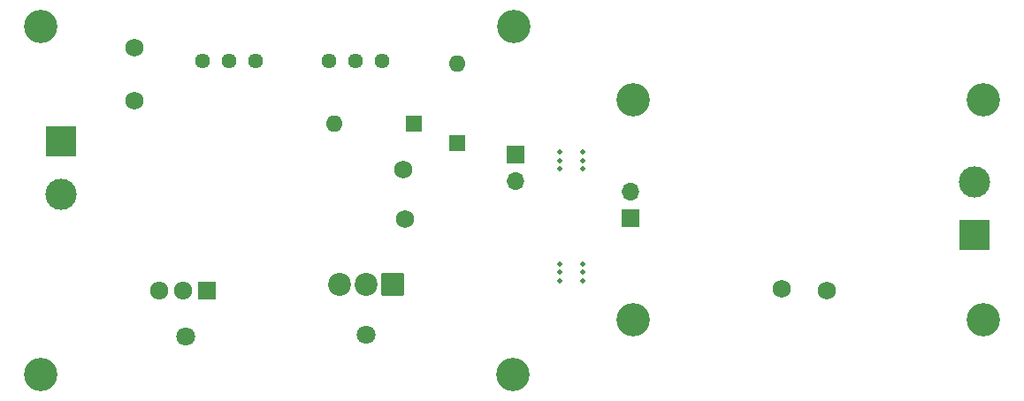
<source format=gbr>
G04 #@! TF.GenerationSoftware,KiCad,Pcbnew,8.0.6*
G04 #@! TF.CreationDate,2025-12-03T01:38:51-06:00*
G04 #@! TF.ProjectId,WirelessChargerPCB,57697265-6c65-4737-9343-686172676572,rev?*
G04 #@! TF.SameCoordinates,Original*
G04 #@! TF.FileFunction,Soldermask,Bot*
G04 #@! TF.FilePolarity,Negative*
%FSLAX46Y46*%
G04 Gerber Fmt 4.6, Leading zero omitted, Abs format (unit mm)*
G04 Created by KiCad (PCBNEW 8.0.6) date 2025-12-03 01:38:51*
%MOMM*%
%LPD*%
G01*
G04 APERTURE LIST*
G04 Aperture macros list*
%AMRoundRect*
0 Rectangle with rounded corners*
0 $1 Rounding radius*
0 $2 $3 $4 $5 $6 $7 $8 $9 X,Y pos of 4 corners*
0 Add a 4 corners polygon primitive as box body*
4,1,4,$2,$3,$4,$5,$6,$7,$8,$9,$2,$3,0*
0 Add four circle primitives for the rounded corners*
1,1,$1+$1,$2,$3*
1,1,$1+$1,$4,$5*
1,1,$1+$1,$6,$7*
1,1,$1+$1,$8,$9*
0 Add four rect primitives between the rounded corners*
20,1,$1+$1,$2,$3,$4,$5,0*
20,1,$1+$1,$4,$5,$6,$7,0*
20,1,$1+$1,$6,$7,$8,$9,0*
20,1,$1+$1,$8,$9,$2,$3,0*%
G04 Aperture macros list end*
%ADD10C,3.200000*%
%ADD11R,3.000000X3.000000*%
%ADD12C,3.000000*%
%ADD13R,1.700000X1.700000*%
%ADD14O,1.700000X1.700000*%
%ADD15R,1.600000X1.600000*%
%ADD16O,1.600000X1.600000*%
%ADD17C,1.800000*%
%ADD18C,1.734000*%
%ADD19RoundRect,0.102000X0.997500X0.997500X-0.997500X0.997500X-0.997500X-0.997500X0.997500X-0.997500X0*%
%ADD20C,2.199000*%
%ADD21C,1.440000*%
%ADD22C,0.500000*%
%ADD23R,1.710000X1.800000*%
%ADD24O,1.710000X1.800000*%
G04 APERTURE END LIST*
D10*
X145535000Y-82805000D03*
D11*
X189640000Y-102830000D03*
D12*
X189640000Y-97750000D03*
D11*
X102185000Y-93815000D03*
D12*
X102185000Y-98895000D03*
D13*
X145700000Y-95105000D03*
D14*
X145700000Y-97645000D03*
D15*
X140155000Y-94035000D03*
D16*
X140155000Y-86415000D03*
D10*
X145465000Y-116205000D03*
X190520000Y-110970000D03*
D17*
X114125000Y-112515000D03*
D18*
X135130000Y-101300000D03*
D19*
X133967500Y-107555000D03*
D20*
X131427500Y-107555000D03*
X128887500Y-107555000D03*
D18*
X171250000Y-108010000D03*
D10*
X100305000Y-116205000D03*
X100305000Y-82805000D03*
X156950000Y-89880000D03*
D17*
X131435000Y-112365000D03*
D13*
X156715000Y-101160000D03*
D14*
X156715000Y-98620000D03*
D18*
X109280000Y-89910000D03*
D21*
X132905000Y-86125000D03*
X130365000Y-86125000D03*
X127825000Y-86125000D03*
X120825000Y-86125000D03*
X118285000Y-86125000D03*
X115745000Y-86125000D03*
D10*
X156950000Y-110970000D03*
D15*
X135955000Y-92175000D03*
D16*
X128335000Y-92175000D03*
D10*
X190520000Y-89870000D03*
D18*
X134980000Y-96510000D03*
D22*
X149930000Y-107170000D03*
X152130000Y-107170000D03*
X149930000Y-106370000D03*
X152130000Y-106370000D03*
X149930000Y-105570000D03*
X152130000Y-105570000D03*
D23*
X116185000Y-108145000D03*
D24*
X113905000Y-108145000D03*
X111625000Y-108145000D03*
D22*
X149930000Y-96480000D03*
X152130000Y-96480000D03*
X149930000Y-95680000D03*
X152130000Y-95680000D03*
X149930000Y-94880000D03*
X152130000Y-94880000D03*
D18*
X109250000Y-84850000D03*
X175510000Y-108110000D03*
M02*

</source>
